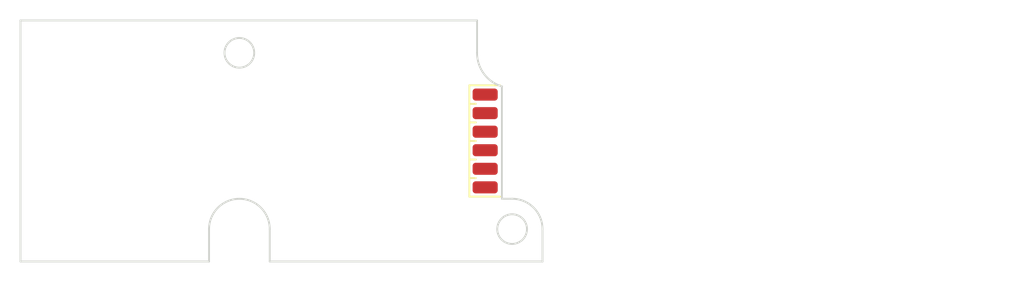
<source format=kicad_pcb>
(kicad_pcb (version 20240108) (generator "pcbnew") (generator_version "8.0")
  (layers (0 "F.Cu" signal) (31 "B.Cu" signal) (34 "B.Paste" user) (35 "F.Paste" user) (36 "B.SilkS" user "B.Silkscreen") (37 "F.SilkS" user "F.Silkscreen") (38 "B.Mask" user) (39 "F.Mask" user) (44 "Edge.Cuts" user))
  (net 0 "")
  (footprint "Medo64:J Edge Header 2.0mm (6w-A)" (layer "F.Cu") (at 72.9 32.99)
    (property "Reference" "J-A" (hide yes))
    (property "Value" "2PH1-06-UA" (hide yes))
    (fp_line (start -4.6 -6) (end -1.3 -6) (stroke (width 0.2)) (layer "F.SilkS"))
    (fp_line (start -4.6 -4) (end -3.9 -4) (stroke (width 0.2)) (layer "F.SilkS"))
    (fp_line (start -4.6 -2) (end -3.9 -2) (stroke (width 0.2)) (layer "F.SilkS"))
    (fp_line (start -4.6 0) (end -3.9 0) (stroke (width 0.2)) (layer "F.SilkS"))
    (fp_line (start -4.6 2) (end -3.9 2) (stroke (width 0.2)) (layer "F.SilkS"))
    (fp_line (start -4.6 4) (end -3.9 4) (stroke (width 0.2)) (layer "F.SilkS"))
    (fp_line (start -4.6 6) (end -4.6 -6) (stroke (width 0.2)) (layer "F.SilkS"))
    (fp_line (start -4.6 6) (end -1.3 6) (stroke (width 0.2)) (layer "F.SilkS"))
    (pad "1" smd roundrect (at -2.9 -5 180) (size 2.7 1.3) (layers "F.Cu" "F.Paste" "F.Mask"))
    (pad "2" smd roundrect (at -2.9 -3 180) (size 2.7 1.3) (layers "F.Cu" "F.Paste" "F.Mask"))
    (pad "3" smd roundrect (at -2.9 -1 180) (size 2.7 1.3) (layers "F.Cu" "F.Paste" "F.Mask"))
    (pad "4" smd roundrect (at -2.9 1 180) (size 2.7 1.3) (layers "F.Cu" "F.Paste" "F.Mask"))
    (pad "5" smd roundrect (at -2.9 3 180) (size 2.7 1.3) (layers "F.Cu" "F.Paste" "F.Mask"))
    (pad "6" smd roundrect (at -2.9 5 180) (size 2.7 1.3) (layers "F.Cu" "F.Paste" "F.Mask"))
  )
  (gr_circle (center 72.9 42.49) (end 74.5 42.49) (stroke (width 0.2)) (fill none) (layer "Edge.Cuts"))
  (gr_circle (center 43.55 23.49) (end 45.15 23.49) (stroke (width 0.2)) (fill none) (layer "Edge.Cuts"))
  (gr_line (start 71.8 27.11) (end 71.8 39.22) (stroke (width 0.2)) (layer "Edge.Cuts"))
  (gr_line (start 46.82 45.98) (end 46.82 42.49) (stroke (width 0.2)) (layer "Edge.Cuts"))
  (gr_line (start 20 20) (end 20 45.98) (stroke (width 0.2)) (layer "Edge.Cuts"))
  (gr_line (start 46.82 45.98) (end 76.17 45.98) (stroke (width 0.2)) (layer "Edge.Cuts"))
  (gr_line (start 76.17 42.49) (end 76.17 45.98) (stroke (width 0.2)) (layer "Edge.Cuts"))
  (gr_line (start 40.29 45.98) (end 40.29 42.49) (stroke (width 0.2)) (layer "Edge.Cuts"))
  (gr_line (start 20 45.98) (end 40.29 45.98) (stroke (width 0.2)) (layer "Edge.Cuts"))
  (gr_arc (start 72.9 39.22) (mid 75.212239 40.177761) (end 76.17 42.49) (stroke (width 0.2)) (layer "Edge.Cuts"))
  (gr_arc (start 40.29 42.49) (mid 43.555 39.225) (end 46.82 42.49) (stroke (width 0.2)) (layer "Edge.Cuts"))
  (gr_arc (start 71.8 27.11) (mid 69.861717 25.744962) (end 69.13 23.49) (stroke (width 0.2)) (layer "Edge.Cuts"))
  (gr_line (start 20 20) (end 69.13 20) (stroke (width 0.2)) (layer "Edge.Cuts"))
  (gr_line (start 69.13 20) (end 69.13 23.49) (stroke (width 0.2)) (layer "Edge.Cuts"))
  (gr_line (start 71.8 39.22) (end 72.9 39.22) (stroke (width 0.2)) (layer "Edge.Cuts"))
)
</source>
